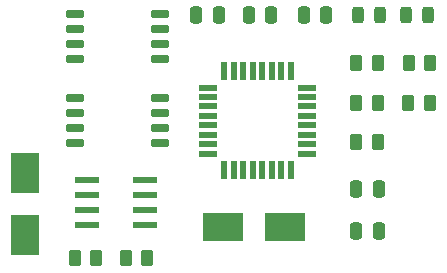
<source format=gtp>
%TF.GenerationSoftware,KiCad,Pcbnew,8.0.1*%
%TF.CreationDate,2024-07-18T02:30:47+05:30*%
%TF.ProjectId,MCU_datalogger_PCB,4d43555f-6461-4746-916c-6f676765725f,1*%
%TF.SameCoordinates,Original*%
%TF.FileFunction,Paste,Top*%
%TF.FilePolarity,Positive*%
%FSLAX46Y46*%
G04 Gerber Fmt 4.6, Leading zero omitted, Abs format (unit mm)*
G04 Created by KiCad (PCBNEW 8.0.1) date 2024-07-18 02:30:47*
%MOMM*%
%LPD*%
G01*
G04 APERTURE LIST*
G04 Aperture macros list*
%AMRoundRect*
0 Rectangle with rounded corners*
0 $1 Rounding radius*
0 $2 $3 $4 $5 $6 $7 $8 $9 X,Y pos of 4 corners*
0 Add a 4 corners polygon primitive as box body*
4,1,4,$2,$3,$4,$5,$6,$7,$8,$9,$2,$3,0*
0 Add four circle primitives for the rounded corners*
1,1,$1+$1,$2,$3*
1,1,$1+$1,$4,$5*
1,1,$1+$1,$6,$7*
1,1,$1+$1,$8,$9*
0 Add four rect primitives between the rounded corners*
20,1,$1+$1,$2,$3,$4,$5,0*
20,1,$1+$1,$4,$5,$6,$7,0*
20,1,$1+$1,$6,$7,$8,$9,0*
20,1,$1+$1,$8,$9,$2,$3,0*%
G04 Aperture macros list end*
%ADD10RoundRect,0.150000X-0.650000X-0.150000X0.650000X-0.150000X0.650000X0.150000X-0.650000X0.150000X0*%
%ADD11RoundRect,0.068750X-0.666250X-0.206250X0.666250X-0.206250X0.666250X0.206250X-0.666250X0.206250X0*%
%ADD12RoundRect,0.068750X-0.206250X-0.666250X0.206250X-0.666250X0.206250X0.666250X-0.206250X0.666250X0*%
%ADD13RoundRect,0.073750X-0.911250X-0.221250X0.911250X-0.221250X0.911250X0.221250X-0.911250X0.221250X0*%
%ADD14RoundRect,0.243750X-0.243750X-0.456250X0.243750X-0.456250X0.243750X0.456250X-0.243750X0.456250X0*%
%ADD15RoundRect,0.250000X0.262500X0.450000X-0.262500X0.450000X-0.262500X-0.450000X0.262500X-0.450000X0*%
%ADD16RoundRect,0.250000X-0.250000X-0.475000X0.250000X-0.475000X0.250000X0.475000X-0.250000X0.475000X0*%
%ADD17RoundRect,0.250000X-0.262500X-0.450000X0.262500X-0.450000X0.262500X0.450000X-0.262500X0.450000X0*%
%ADD18R,3.500000X2.400000*%
%ADD19RoundRect,0.250000X0.250000X0.475000X-0.250000X0.475000X-0.250000X-0.475000X0.250000X-0.475000X0*%
%ADD20R,2.400000X3.500000*%
G04 APERTURE END LIST*
D10*
%TO.C,U2*%
X115750000Y-81785000D03*
X115750000Y-83055000D03*
X115750000Y-84325000D03*
X115750000Y-85595000D03*
X122950000Y-85595000D03*
X122950000Y-84325000D03*
X122950000Y-83055000D03*
X122950000Y-81785000D03*
%TD*%
D11*
%TO.C,U3*%
X127070000Y-88005000D03*
X127070000Y-88805000D03*
X127070000Y-89605000D03*
X127070000Y-90405000D03*
X127070000Y-91205000D03*
X127070000Y-92005000D03*
X127070000Y-92805000D03*
X127070000Y-93605000D03*
D12*
X128440000Y-94975000D03*
X129240000Y-94975000D03*
X130040000Y-94975000D03*
X130840000Y-94975000D03*
X131640000Y-94975000D03*
X132440000Y-94975000D03*
X133240000Y-94975000D03*
X134040000Y-94975000D03*
D11*
X135410000Y-93605000D03*
X135410000Y-92805000D03*
X135410000Y-92005000D03*
X135410000Y-91205000D03*
X135410000Y-90405000D03*
X135410000Y-89605000D03*
X135410000Y-88805000D03*
X135410000Y-88005000D03*
D12*
X134040000Y-86635000D03*
X133240000Y-86635000D03*
X132440000Y-86635000D03*
X131640000Y-86635000D03*
X130840000Y-86635000D03*
X130040000Y-86635000D03*
X129240000Y-86635000D03*
X128440000Y-86635000D03*
%TD*%
D10*
%TO.C,U1*%
X115750000Y-88915000D03*
X115750000Y-90185000D03*
X115750000Y-91455000D03*
X115750000Y-92725000D03*
X122960000Y-92720000D03*
X122950000Y-91455000D03*
X122950000Y-90185000D03*
X122950000Y-88915000D03*
%TD*%
D13*
%TO.C,U4*%
X116802000Y-95849000D03*
X116802000Y-97119000D03*
X116802000Y-98389000D03*
X116802000Y-99659000D03*
X121752000Y-99659000D03*
X121752000Y-98389000D03*
X121752000Y-97119000D03*
X121752000Y-95849000D03*
%TD*%
D14*
%TO.C,D2*%
X139732500Y-81840000D03*
X141607500Y-81840000D03*
%TD*%
D15*
%TO.C,R1*%
X117575500Y-102453000D03*
X115750500Y-102453000D03*
%TD*%
D16*
%TO.C,C3*%
X130515000Y-81825000D03*
X132415000Y-81825000D03*
%TD*%
D17*
%TO.C,R6*%
X144003000Y-89319000D03*
X145828000Y-89319000D03*
%TD*%
D15*
%TO.C,R2*%
X121893500Y-102453000D03*
X120068500Y-102453000D03*
%TD*%
D17*
%TO.C,R7*%
X139605000Y-85890000D03*
X141430000Y-85890000D03*
%TD*%
D15*
%TO.C,R4*%
X141406500Y-89319000D03*
X139581500Y-89319000D03*
%TD*%
D18*
%TO.C,Y2*%
X133537000Y-99822000D03*
X128337000Y-99822000D03*
%TD*%
D19*
%TO.C,C2*%
X141510000Y-96558000D03*
X139610000Y-96558000D03*
%TD*%
D14*
%TO.C,D1*%
X143796500Y-81840000D03*
X145671500Y-81840000D03*
%TD*%
D19*
%TO.C,C4*%
X141510000Y-100114000D03*
X139610000Y-100114000D03*
%TD*%
D15*
%TO.C,R3*%
X141406500Y-92621000D03*
X139581500Y-92621000D03*
%TD*%
D16*
%TO.C,C5*%
X135148000Y-81825000D03*
X137048000Y-81825000D03*
%TD*%
D15*
%TO.C,R5*%
X145851500Y-85890000D03*
X144026500Y-85890000D03*
%TD*%
D19*
%TO.C,C1*%
X127970000Y-81825000D03*
X126070000Y-81825000D03*
%TD*%
D20*
%TO.C,Y1*%
X111540000Y-100480000D03*
X111540000Y-95280000D03*
%TD*%
M02*

</source>
